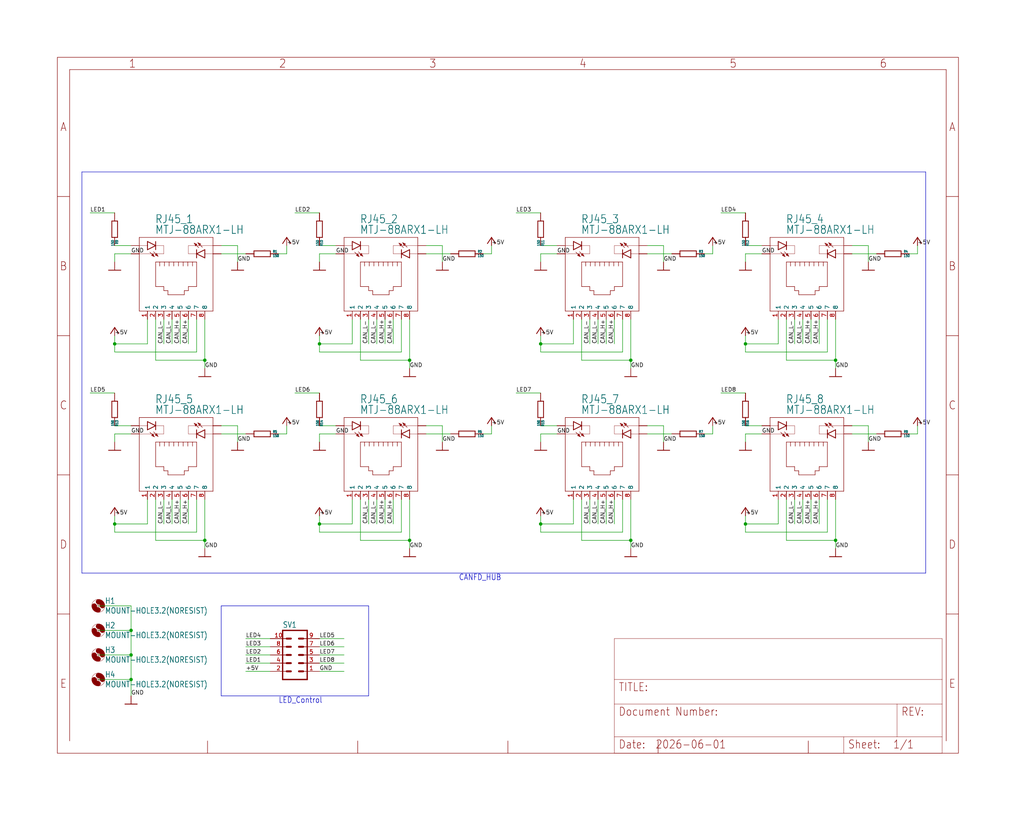
<source format=kicad_sch>
(kicad_sch (version 20230121) (generator eeschema)
  (paper "User" 317.5 254.051)
  (lib_symbols
    (symbol "CANFD_HUB-eagle-import:+5V" (power)
      (property "Value" "+5V" (at -2.54 -5.08 90))
      (symbol "+5V_1_0"
        (pin power_in line (at 0 -2.54 90) (length 2.54) (name "+5V") (number "1"))
      )
    )
    (symbol "CANFD_HUB-eagle-import:CR0603"
      (property "Reference" "R" (at 3.302 0.254 0))
      (symbol "CR0603_1_0"
        (pin bidirectional line (at -5.08 0 0) (length 2.54) (name "LEFT") (number "LEFT"))
        (pin bidirectional line (at 5.08 0 180) (length 2.54) (name "RIGHT") (number "RIGHT"))
      )
    )
    (symbol "CANFD_HUB-eagle-import:FRAME_A_L"
      (symbol "FRAME_A_L_1_0"
        (text "1" (at 23.2833 213.995 0) (effects (font (size 2.54 2.286))))
        (text "2" (at 69.85 213.995 0) (effects (font (size 2.54 2.286))))
        (text "3" (at 116.4167 213.995 0) (effects (font (size 2.54 2.286))))
        (text "4" (at 162.9833 213.995 0) (effects (font (size 2.54 2.286))))
        (text "5" (at 209.55 213.995 0) (effects (font (size 2.54 2.286))))
        (text "6" (at 256.1167 213.995 0) (effects (font (size 2.54 2.286))))
        (text "A" (at 1.905 194.31 0) (effects (font (size 2.54 2.286))))
        (text "A" (at 277.495 194.31 0) (effects (font (size 2.54 2.286))))
        (text "B" (at 1.905 151.13 0) (effects (font (size 2.54 2.286))))
        (text "B" (at 277.495 151.13 0) (effects (font (size 2.54 2.286))))
        (text "C" (at 1.905 107.95 0) (effects (font (size 2.54 2.286))))
        (text "C" (at 277.495 107.95 0) (effects (font (size 2.54 2.286))))
        (text "D" (at 1.905 64.77 0) (effects (font (size 2.54 2.286))))
        (text "D" (at 277.495 64.77 0) (effects (font (size 2.54 2.286))))
        (text "E" (at 1.905 21.59 0) (effects (font (size 2.54 2.286))))
        (text "E" (at 277.495 21.59 0) (effects (font (size 2.54 2.286))))
      )
      (symbol "FRAME_A_L_2_0"
        (text "${#}/${##}" (at 86.36 1.27 0) (effects (font (size 2.54 2.159)) (justify left bottom)))
        (text "${CURRENT_DATE}" (at 12.7 1.27 0) (effects (font (size 2.54 2.159)) (justify left bottom)))
        (text "${PROJECTNAME}" (at 17.78 19.05 0) (effects (font (size 2.54 2.159)) (justify left bottom)))
        (text "Date:" (at 1.27 1.27 0) (effects (font (size 2.54 2.159)) (justify left bottom)))
        (text "Document Number:" (at 1.27 11.43 0) (effects (font (size 2.54 2.159)) (justify left bottom)))
        (text "REV:" (at 88.9 11.43 0) (effects (font (size 2.54 2.159)) (justify left bottom)))
        (text "Sheet:" (at 72.39 1.27 0) (effects (font (size 2.54 2.159)) (justify left bottom)))
        (text "TITLE:" (at 1.27 19.05 0) (effects (font (size 2.54 2.159)) (justify left bottom)))
      )
    )
    (symbol "CANFD_HUB-eagle-import:GND" (power)
      (property "Value" "GND" (at -2.54 -2.54 0))
      (symbol "GND_1_0"
        (pin power_in line (at 0 2.54 270) (length 2.54) (name "GND") (number "1"))
      )
    )
    (symbol "CANFD_HUB-eagle-import:ML10"
      (property "Reference" "SV" (at -3.81 8.382 0))
      (symbol "ML10_1_0"
        (pin passive line (at 7.62 -5.08 180) (length 5.08) (name "1") (number "1"))
        (pin passive line (at -7.62 5.08 0) (length 5.08) (name "10") (number "10"))
        (pin passive line (at -7.62 -5.08 0) (length 5.08) (name "2") (number "2"))
        (pin passive line (at 7.62 -2.54 180) (length 5.08) (name "3") (number "3"))
        (pin passive line (at -7.62 -2.54 0) (length 5.08) (name "4") (number "4"))
        (pin passive line (at 7.62 0 180) (length 5.08) (name "5") (number "5"))
        (pin passive line (at -7.62 0 0) (length 5.08) (name "6") (number "6"))
        (pin passive line (at 7.62 2.54 180) (length 5.08) (name "7") (number "7"))
        (pin passive line (at -7.62 2.54 0) (length 5.08) (name "8") (number "8"))
        (pin passive line (at 7.62 5.08 180) (length 5.08) (name "9") (number "9"))
      )
    )
    (symbol "CANFD_HUB-eagle-import:MOUNT-HOLE3.2(NORESIST)"
      (property "Reference" "H" (at 2.032 0.5842 0))
      (symbol "MOUNT-HOLE3.2(NORESIST)_1_0"
        (pin bidirectional line (at 0 0 0) (length 0) (name "P$1") (number "P$1"))
      )
    )
    (symbol "CANFD_HUB-eagle-import:MTJ-88ARX1-LH"
      (property "Reference" "RJ45_" (at 4.826 27.178 0))
      (symbol "MTJ-88ARX1-LH_1_0"
        (pin bidirectional line (at 2.54 -2.54 90) (length 2.54) (name "1") (number "1"))
        (pin bidirectional line (at 5.08 -2.54 90) (length 2.54) (name "2") (number "2"))
        (pin bidirectional line (at 7.62 -2.54 90) (length 2.54) (name "3") (number "3"))
        (pin bidirectional line (at 10.16 -2.54 90) (length 2.54) (name "4") (number "4"))
        (pin bidirectional line (at 12.7 -2.54 90) (length 2.54) (name "5") (number "5"))
        (pin bidirectional line (at 15.24 -2.54 90) (length 2.54) (name "6") (number "6"))
        (pin bidirectional line (at 17.78 -2.54 90) (length 2.54) (name "7") (number "7"))
        (pin bidirectional line (at 20.32 -2.54 90) (length 2.54) (name "8") (number "8"))
        (pin bidirectional line (at -2.54 20.32 0) (length 2.54) (name "LED1_A") (number "LED1_A"))
        (pin bidirectional line (at -2.54 17.78 0) (length 2.54) (name "LED1_K") (number "LED1_K"))
        (pin bidirectional line (at 25.4 17.78 180) (length 2.54) (name "LED2_A") (number "LED2_A"))
        (pin bidirectional line (at 25.4 20.32 180) (length 2.54) (name "LED2_K") (number "LED2_K"))
      )
    )
  )
  (junction (at 35.56 162.56))
  (junction (at 167.64 162.56))
  (junction (at 231.14 162.56))
  (junction (at 231.14 106.68))
  (junction (at 63.5 167.64))
  (junction (at 63.5 111.76))
  (junction (at 99.06 162.56))
  (junction (at 259.08 167.64))
  (junction (at 40.64 203.2))
  (junction (at 259.08 111.76))
  (junction (at 35.56 106.68))
  (junction (at 40.64 195.58))
  (junction (at 127 167.64))
  (junction (at 40.64 210.82))
  (junction (at 99.06 106.68))
  (junction (at 167.64 106.68))
  (junction (at 127 111.76))
  (junction (at 195.58 167.64))
  (junction (at 195.58 111.76))
  (wire (pts (xy 63.5 167.64) (xy 63.5 170.18)) (stroke (width 0.1524)))
  (polyline (pts (xy 68.58 215.9) (xy 114.3 215.9)) (stroke (width 0.1524) (type solid)))
  (wire (pts (xy 35.56 134.62) (xy 40.64 134.62)) (stroke (width 0.1524)))
  (wire (pts (xy 269.24 132.08) (xy 269.24 137.16)) (stroke (width 0.1524)))
  (wire (pts (xy 99.06 109.22) (xy 124.46 109.22)) (stroke (width 0.1524)))
  (wire (pts (xy 284.48 132.08) (xy 284.48 134.62)) (stroke (width 0.1524)))
  (wire (pts (xy 109.22 162.56) (xy 109.22 154.94)) (stroke (width 0.1524)))
  (wire (pts (xy 231.14 106.68) (xy 241.3 106.68)) (stroke (width 0.1524)))
  (wire (pts (xy 172.72 76.2) (xy 167.64 76.2)) (stroke (width 0.1524)))
  (wire (pts (xy 48.26 111.76) (xy 63.5 111.76)) (stroke (width 0.1524)))
  (wire (pts (xy 231.14 137.16) (xy 231.14 134.62)) (stroke (width 0.1524)))
  (wire (pts (xy 30.48 195.58) (xy 40.64 195.58)) (stroke (width 0.1524)))
  (wire (pts (xy 200.66 132.08) (xy 205.74 132.08)) (stroke (width 0.1524)))
  (wire (pts (xy 73.66 76.2) (xy 73.66 81.28)) (stroke (width 0.1524)))
  (wire (pts (xy 76.2 134.62) (xy 68.58 134.62)) (stroke (width 0.1524)))
  (wire (pts (xy 88.9 76.2) (xy 88.9 78.74)) (stroke (width 0.1524)))
  (wire (pts (xy 167.64 162.56) (xy 177.8 162.56)) (stroke (width 0.1524)))
  (wire (pts (xy 256.54 109.22) (xy 256.54 99.06)) (stroke (width 0.1524)))
  (wire (pts (xy 132.08 76.2) (xy 137.16 76.2)) (stroke (width 0.1524)))
  (wire (pts (xy 172.72 132.08) (xy 167.64 132.08)) (stroke (width 0.1524)))
  (wire (pts (xy 132.08 132.08) (xy 137.16 132.08)) (stroke (width 0.1524)))
  (wire (pts (xy 99.06 106.68) (xy 109.22 106.68)) (stroke (width 0.1524)))
  (wire (pts (xy 195.58 99.06) (xy 195.58 111.76)) (stroke (width 0.1524)))
  (wire (pts (xy 60.96 109.22) (xy 60.96 99.06)) (stroke (width 0.1524)))
  (wire (pts (xy 114.3 99.06) (xy 114.3 106.68)) (stroke (width 0.1524)))
  (wire (pts (xy 231.14 162.56) (xy 241.3 162.56)) (stroke (width 0.1524)))
  (wire (pts (xy 236.22 76.2) (xy 231.14 76.2)) (stroke (width 0.1524)))
  (wire (pts (xy 50.8 154.94) (xy 50.8 162.56)) (stroke (width 0.1524)))
  (wire (pts (xy 284.48 134.62) (xy 281.94 134.62)) (stroke (width 0.1524)))
  (wire (pts (xy 167.64 134.62) (xy 172.72 134.62)) (stroke (width 0.1524)))
  (wire (pts (xy 68.58 76.2) (xy 73.66 76.2)) (stroke (width 0.1524)))
  (wire (pts (xy 251.46 99.06) (xy 251.46 106.68)) (stroke (width 0.1524)))
  (wire (pts (xy 180.34 99.06) (xy 180.34 111.76)) (stroke (width 0.1524)))
  (wire (pts (xy 236.22 132.08) (xy 231.14 132.08)) (stroke (width 0.1524)))
  (wire (pts (xy 111.76 99.06) (xy 111.76 111.76)) (stroke (width 0.1524)))
  (wire (pts (xy 182.88 154.94) (xy 182.88 162.56)) (stroke (width 0.1524)))
  (wire (pts (xy 40.64 187.96) (xy 40.64 195.58)) (stroke (width 0.1524)))
  (wire (pts (xy 40.64 132.08) (xy 35.56 132.08)) (stroke (width 0.1524)))
  (wire (pts (xy 167.64 66.04) (xy 160.02 66.04)) (stroke (width 0.1524)))
  (wire (pts (xy 121.92 99.06) (xy 121.92 106.68)) (stroke (width 0.1524)))
  (wire (pts (xy 220.98 132.08) (xy 220.98 134.62)) (stroke (width 0.1524)))
  (wire (pts (xy 35.56 81.28) (xy 35.56 78.74)) (stroke (width 0.1524)))
  (wire (pts (xy 193.04 165.1) (xy 193.04 154.94)) (stroke (width 0.1524)))
  (wire (pts (xy 167.64 106.68) (xy 177.8 106.68)) (stroke (width 0.1524)))
  (wire (pts (xy 180.34 154.94) (xy 180.34 167.64)) (stroke (width 0.1524)))
  (wire (pts (xy 99.06 162.56) (xy 109.22 162.56)) (stroke (width 0.1524)))
  (wire (pts (xy 48.26 167.64) (xy 63.5 167.64)) (stroke (width 0.1524)))
  (wire (pts (xy 99.06 78.74) (xy 104.14 78.74)) (stroke (width 0.1524)))
  (wire (pts (xy 99.06 134.62) (xy 104.14 134.62)) (stroke (width 0.1524)))
  (wire (pts (xy 231.14 160.02) (xy 231.14 162.56)) (stroke (width 0.1524)))
  (wire (pts (xy 248.92 99.06) (xy 248.92 106.68)) (stroke (width 0.1524)))
  (wire (pts (xy 243.84 99.06) (xy 243.84 111.76)) (stroke (width 0.1524)))
  (wire (pts (xy 83.82 200.66) (xy 76.2 200.66)) (stroke (width 0.1524)))
  (polyline (pts (xy 287.02 177.8) (xy 287.02 53.34)) (stroke (width 0.1524) (type solid)))
  (wire (pts (xy 152.4 132.08) (xy 152.4 134.62)) (stroke (width 0.1524)))
  (wire (pts (xy 256.54 165.1) (xy 256.54 154.94)) (stroke (width 0.1524)))
  (wire (pts (xy 241.3 106.68) (xy 241.3 99.06)) (stroke (width 0.1524)))
  (wire (pts (xy 271.78 134.62) (xy 264.16 134.62)) (stroke (width 0.1524)))
  (wire (pts (xy 259.08 99.06) (xy 259.08 111.76)) (stroke (width 0.1524)))
  (wire (pts (xy 109.22 106.68) (xy 109.22 99.06)) (stroke (width 0.1524)))
  (wire (pts (xy 243.84 154.94) (xy 243.84 167.64)) (stroke (width 0.1524)))
  (wire (pts (xy 205.74 132.08) (xy 205.74 137.16)) (stroke (width 0.1524)))
  (wire (pts (xy 248.92 154.94) (xy 248.92 162.56)) (stroke (width 0.1524)))
  (wire (pts (xy 259.08 154.94) (xy 259.08 167.64)) (stroke (width 0.1524)))
  (wire (pts (xy 53.34 99.06) (xy 53.34 106.68)) (stroke (width 0.1524)))
  (wire (pts (xy 220.98 134.62) (xy 218.44 134.62)) (stroke (width 0.1524)))
  (wire (pts (xy 246.38 154.94) (xy 246.38 162.56)) (stroke (width 0.1524)))
  (wire (pts (xy 99.06 137.16) (xy 99.06 134.62)) (stroke (width 0.1524)))
  (wire (pts (xy 241.3 162.56) (xy 241.3 154.94)) (stroke (width 0.1524)))
  (wire (pts (xy 99.06 198.12) (xy 106.68 198.12)) (stroke (width 0.1524)))
  (wire (pts (xy 182.88 99.06) (xy 182.88 106.68)) (stroke (width 0.1524)))
  (wire (pts (xy 246.38 99.06) (xy 246.38 106.68)) (stroke (width 0.1524)))
  (wire (pts (xy 73.66 132.08) (xy 73.66 137.16)) (stroke (width 0.1524)))
  (wire (pts (xy 40.64 76.2) (xy 35.56 76.2)) (stroke (width 0.1524)))
  (wire (pts (xy 48.26 99.06) (xy 48.26 111.76)) (stroke (width 0.1524)))
  (wire (pts (xy 127 111.76) (xy 127 114.3)) (stroke (width 0.1524)))
  (wire (pts (xy 139.7 134.62) (xy 132.08 134.62)) (stroke (width 0.1524)))
  (wire (pts (xy 99.06 205.74) (xy 106.68 205.74)) (stroke (width 0.1524)))
  (wire (pts (xy 177.8 106.68) (xy 177.8 99.06)) (stroke (width 0.1524)))
  (wire (pts (xy 40.64 203.2) (xy 40.64 210.82)) (stroke (width 0.1524)))
  (wire (pts (xy 55.88 99.06) (xy 55.88 106.68)) (stroke (width 0.1524)))
  (wire (pts (xy 185.42 154.94) (xy 185.42 162.56)) (stroke (width 0.1524)))
  (wire (pts (xy 116.84 99.06) (xy 116.84 106.68)) (stroke (width 0.1524)))
  (wire (pts (xy 35.56 160.02) (xy 35.56 162.56)) (stroke (width 0.1524)))
  (wire (pts (xy 167.64 109.22) (xy 193.04 109.22)) (stroke (width 0.1524)))
  (wire (pts (xy 30.48 203.2) (xy 40.64 203.2)) (stroke (width 0.1524)))
  (wire (pts (xy 35.56 137.16) (xy 35.56 134.62)) (stroke (width 0.1524)))
  (wire (pts (xy 83.82 198.12) (xy 76.2 198.12)) (stroke (width 0.1524)))
  (wire (pts (xy 231.14 106.68) (xy 231.14 109.22)) (stroke (width 0.1524)))
  (wire (pts (xy 231.14 121.92) (xy 223.52 121.92)) (stroke (width 0.1524)))
  (wire (pts (xy 167.64 137.16) (xy 167.64 134.62)) (stroke (width 0.1524)))
  (wire (pts (xy 152.4 134.62) (xy 149.86 134.62)) (stroke (width 0.1524)))
  (wire (pts (xy 254 154.94) (xy 254 162.56)) (stroke (width 0.1524)))
  (wire (pts (xy 167.64 104.14) (xy 167.64 106.68)) (stroke (width 0.1524)))
  (wire (pts (xy 35.56 162.56) (xy 45.72 162.56)) (stroke (width 0.1524)))
  (polyline (pts (xy 68.58 187.96) (xy 68.58 215.9)) (stroke (width 0.1524) (type solid)))
  (wire (pts (xy 88.9 132.08) (xy 88.9 134.62)) (stroke (width 0.1524)))
  (wire (pts (xy 50.8 99.06) (xy 50.8 106.68)) (stroke (width 0.1524)))
  (wire (pts (xy 35.56 78.74) (xy 40.64 78.74)) (stroke (width 0.1524)))
  (wire (pts (xy 167.64 121.92) (xy 160.02 121.92)) (stroke (width 0.1524)))
  (wire (pts (xy 231.14 162.56) (xy 231.14 165.1)) (stroke (width 0.1524)))
  (wire (pts (xy 180.34 111.76) (xy 195.58 111.76)) (stroke (width 0.1524)))
  (wire (pts (xy 114.3 154.94) (xy 114.3 162.56)) (stroke (width 0.1524)))
  (wire (pts (xy 111.76 167.64) (xy 127 167.64)) (stroke (width 0.1524)))
  (wire (pts (xy 231.14 109.22) (xy 256.54 109.22)) (stroke (width 0.1524)))
  (wire (pts (xy 45.72 106.68) (xy 45.72 99.06)) (stroke (width 0.1524)))
  (polyline (pts (xy 25.4 53.34) (xy 25.4 177.8)) (stroke (width 0.1524) (type solid)))
  (wire (pts (xy 99.06 203.2) (xy 106.68 203.2)) (stroke (width 0.1524)))
  (wire (pts (xy 137.16 132.08) (xy 137.16 137.16)) (stroke (width 0.1524)))
  (wire (pts (xy 231.14 66.04) (xy 223.52 66.04)) (stroke (width 0.1524)))
  (wire (pts (xy 243.84 111.76) (xy 259.08 111.76)) (stroke (width 0.1524)))
  (wire (pts (xy 259.08 167.64) (xy 259.08 170.18)) (stroke (width 0.1524)))
  (wire (pts (xy 99.06 200.66) (xy 106.68 200.66)) (stroke (width 0.1524)))
  (wire (pts (xy 167.64 106.68) (xy 167.64 109.22)) (stroke (width 0.1524)))
  (wire (pts (xy 58.42 154.94) (xy 58.42 162.56)) (stroke (width 0.1524)))
  (wire (pts (xy 30.48 187.96) (xy 40.64 187.96)) (stroke (width 0.1524)))
  (wire (pts (xy 60.96 165.1) (xy 60.96 154.94)) (stroke (width 0.1524)))
  (wire (pts (xy 231.14 104.14) (xy 231.14 106.68)) (stroke (width 0.1524)))
  (wire (pts (xy 195.58 167.64) (xy 195.58 170.18)) (stroke (width 0.1524)))
  (wire (pts (xy 271.78 78.74) (xy 264.16 78.74)) (stroke (width 0.1524)))
  (wire (pts (xy 35.56 66.04) (xy 27.94 66.04)) (stroke (width 0.1524)))
  (wire (pts (xy 200.66 76.2) (xy 205.74 76.2)) (stroke (width 0.1524)))
  (wire (pts (xy 35.56 162.56) (xy 35.56 165.1)) (stroke (width 0.1524)))
  (wire (pts (xy 127 167.64) (xy 127 170.18)) (stroke (width 0.1524)))
  (wire (pts (xy 152.4 78.74) (xy 149.86 78.74)) (stroke (width 0.1524)))
  (wire (pts (xy 177.8 162.56) (xy 177.8 154.94)) (stroke (width 0.1524)))
  (wire (pts (xy 167.64 81.28) (xy 167.64 78.74)) (stroke (width 0.1524)))
  (wire (pts (xy 152.4 76.2) (xy 152.4 78.74)) (stroke (width 0.1524)))
  (wire (pts (xy 88.9 134.62) (xy 86.36 134.62)) (stroke (width 0.1524)))
  (wire (pts (xy 167.64 78.74) (xy 172.72 78.74)) (stroke (width 0.1524)))
  (wire (pts (xy 208.28 78.74) (xy 200.66 78.74)) (stroke (width 0.1524)))
  (wire (pts (xy 99.06 66.04) (xy 91.44 66.04)) (stroke (width 0.1524)))
  (wire (pts (xy 99.06 81.28) (xy 99.06 78.74)) (stroke (width 0.1524)))
  (wire (pts (xy 48.26 154.94) (xy 48.26 167.64)) (stroke (width 0.1524)))
  (wire (pts (xy 104.14 76.2) (xy 99.06 76.2)) (stroke (width 0.1524)))
  (wire (pts (xy 137.16 76.2) (xy 137.16 81.28)) (stroke (width 0.1524)))
  (wire (pts (xy 35.56 104.14) (xy 35.56 106.68)) (stroke (width 0.1524)))
  (wire (pts (xy 99.06 162.56) (xy 99.06 165.1)) (stroke (width 0.1524)))
  (wire (pts (xy 99.06 121.92) (xy 91.44 121.92)) (stroke (width 0.1524)))
  (wire (pts (xy 83.82 203.2) (xy 76.2 203.2)) (stroke (width 0.1524)))
  (wire (pts (xy 121.92 154.94) (xy 121.92 162.56)) (stroke (width 0.1524)))
  (wire (pts (xy 185.42 99.06) (xy 185.42 106.68)) (stroke (width 0.1524)))
  (wire (pts (xy 35.56 106.68) (xy 35.56 109.22)) (stroke (width 0.1524)))
  (wire (pts (xy 220.98 76.2) (xy 220.98 78.74)) (stroke (width 0.1524)))
  (wire (pts (xy 195.58 111.76) (xy 195.58 114.3)) (stroke (width 0.1524)))
  (wire (pts (xy 63.5 99.06) (xy 63.5 111.76)) (stroke (width 0.1524)))
  (wire (pts (xy 254 99.06) (xy 254 106.68)) (stroke (width 0.1524)))
  (wire (pts (xy 231.14 81.28) (xy 231.14 78.74)) (stroke (width 0.1524)))
  (wire (pts (xy 35.56 106.68) (xy 45.72 106.68)) (stroke (width 0.1524)))
  (wire (pts (xy 104.14 132.08) (xy 99.06 132.08)) (stroke (width 0.1524)))
  (wire (pts (xy 83.82 208.28) (xy 76.2 208.28)) (stroke (width 0.1524)))
  (wire (pts (xy 99.06 160.02) (xy 99.06 162.56)) (stroke (width 0.1524)))
  (wire (pts (xy 45.72 162.56) (xy 45.72 154.94)) (stroke (width 0.1524)))
  (wire (pts (xy 220.98 78.74) (xy 218.44 78.74)) (stroke (width 0.1524)))
  (wire (pts (xy 124.46 165.1) (xy 124.46 154.94)) (stroke (width 0.1524)))
  (wire (pts (xy 190.5 99.06) (xy 190.5 106.68)) (stroke (width 0.1524)))
  (wire (pts (xy 58.42 99.06) (xy 58.42 106.68)) (stroke (width 0.1524)))
  (polyline (pts (xy 114.3 187.96) (xy 68.58 187.96)) (stroke (width 0.1524) (type solid)))
  (wire (pts (xy 127 154.94) (xy 127 167.64)) (stroke (width 0.1524)))
  (wire (pts (xy 99.06 165.1) (xy 124.46 165.1)) (stroke (width 0.1524)))
  (wire (pts (xy 99.06 208.28) (xy 106.68 208.28)) (stroke (width 0.1524)))
  (wire (pts (xy 269.24 76.2) (xy 269.24 81.28)) (stroke (width 0.1524)))
  (wire (pts (xy 30.48 210.82) (xy 40.64 210.82)) (stroke (width 0.1524)))
  (wire (pts (xy 53.34 154.94) (xy 53.34 162.56)) (stroke (width 0.1524)))
  (wire (pts (xy 284.48 78.74) (xy 281.94 78.74)) (stroke (width 0.1524)))
  (wire (pts (xy 83.82 205.74) (xy 76.2 205.74)) (stroke (width 0.1524)))
  (wire (pts (xy 40.64 195.58) (xy 40.64 203.2)) (stroke (width 0.1524)))
  (wire (pts (xy 63.5 111.76) (xy 63.5 114.3)) (stroke (width 0.1524)))
  (wire (pts (xy 231.14 134.62) (xy 236.22 134.62)) (stroke (width 0.1524)))
  (wire (pts (xy 99.06 106.68) (xy 99.06 109.22)) (stroke (width 0.1524)))
  (wire (pts (xy 195.58 154.94) (xy 195.58 167.64)) (stroke (width 0.1524)))
  (wire (pts (xy 187.96 154.94) (xy 187.96 162.56)) (stroke (width 0.1524)))
  (wire (pts (xy 187.96 99.06) (xy 187.96 106.68)) (stroke (width 0.1524)))
  (wire (pts (xy 111.76 111.76) (xy 127 111.76)) (stroke (width 0.1524)))
  (wire (pts (xy 35.56 121.92) (xy 27.94 121.92)) (stroke (width 0.1524)))
  (wire (pts (xy 231.14 78.74) (xy 236.22 78.74)) (stroke (width 0.1524)))
  (polyline (pts (xy 25.4 177.8) (xy 287.02 177.8)) (stroke (width 0.1524) (type solid)))
  (wire (pts (xy 139.7 78.74) (xy 132.08 78.74)) (stroke (width 0.1524)))
  (wire (pts (xy 119.38 99.06) (xy 119.38 106.68)) (stroke (width 0.1524)))
  (wire (pts (xy 251.46 154.94) (xy 251.46 162.56)) (stroke (width 0.1524)))
  (wire (pts (xy 167.64 162.56) (xy 167.64 165.1)) (stroke (width 0.1524)))
  (wire (pts (xy 284.48 76.2) (xy 284.48 78.74)) (stroke (width 0.1524)))
  (wire (pts (xy 55.88 154.94) (xy 55.88 162.56)) (stroke (width 0.1524)))
  (wire (pts (xy 205.74 76.2) (xy 205.74 81.28)) (stroke (width 0.1524)))
  (wire (pts (xy 68.58 132.08) (xy 73.66 132.08)) (stroke (width 0.1524)))
  (wire (pts (xy 35.56 109.22) (xy 60.96 109.22)) (stroke (width 0.1524)))
  (wire (pts (xy 243.84 167.64) (xy 259.08 167.64)) (stroke (width 0.1524)))
  (wire (pts (xy 190.5 154.94) (xy 190.5 162.56)) (stroke (width 0.1524)))
  (polyline (pts (xy 114.3 215.9) (xy 114.3 187.96)) (stroke (width 0.1524) (type solid)))
  (wire (pts (xy 99.06 104.14) (xy 99.06 106.68)) (stroke (width 0.1524)))
  (wire (pts (xy 116.84 154.94) (xy 116.84 162.56)) (stroke (width 0.1524)))
  (polyline (pts (xy 287.02 53.34) (xy 25.4 53.34)) (stroke (width 0.1524) (type solid)))
  (wire (pts (xy 264.16 132.08) (xy 269.24 132.08)) (stroke (width 0.1524)))
  (wire (pts (xy 111.76 154.94) (xy 111.76 167.64)) (stroke (width 0.1524)))
  (wire (pts (xy 264.16 76.2) (xy 269.24 76.2)) (stroke (width 0.1524)))
  (wire (pts (xy 259.08 111.76) (xy 259.08 114.3)) (stroke (width 0.1524)))
  (wire (pts (xy 76.2 78.74) (xy 68.58 78.74)) (stroke (width 0.1524)))
  (wire (pts (xy 208.28 134.62) (xy 200.66 134.62)) (stroke (width 0.1524)))
  (wire (pts (xy 119.38 154.94) (xy 119.38 162.56)) (stroke (width 0.1524)))
  (wire (pts (xy 35.56 165.1) (xy 60.96 165.1)) (stroke (width 0.1524)))
  (wire (pts (xy 231.14 165.1) (xy 256.54 165.1)) (stroke (width 0.1524)))
  (wire (pts (xy 167.64 165.1) (xy 193.04 165.1)) (stroke (width 0.1524)))
  (wire (pts (xy 193.04 109.22) (xy 193.04 99.06)) (stroke (width 0.1524)))
  (wire (pts (xy 88.9 78.74) (xy 86.36 78.74)) (stroke (width 0.1524)))
  (wire (pts (xy 63.5 154.94) (xy 63.5 167.64)) (stroke (width 0.1524)))
  (wire (pts (xy 40.64 210.82) (xy 40.64 215.9)) (stroke (width 0.1524)))
  (wire (pts (xy 127 99.06) (xy 127 111.76)) (stroke (width 0.1524)))
  (wire (pts (xy 180.34 167.64) (xy 195.58 167.64)) (stroke (width 0.1524)))
  (wire (pts (xy 124.46 109.22) (xy 124.46 99.06)) (stroke (width 0.1524)))
  (wire (pts (xy 167.64 160.02) (xy 167.64 162.56)) (stroke (width 0.1524)))
  (text "CANFD_HUB" (at 142.24 180.34 0) (effects (font (size 1.778 1.5113)) (justify left bottom)))
  (text "LED_Control" (at 86.36 218.44 0) (effects (font (size 1.778 1.5113)) (justify left bottom)))
  (label "LED2" (at 76.2 203.2 0) (effects (font (size 1.2446 1.2446))))
  (label "LED1" (at 76.2 205.74 0) (effects (font (size 1.2446 1.2446))))
  (label "LED7" (at 99.06 203.2 0) (effects (font (size 1.2446 1.2446))))
  (label "GND" (at 195.58 114.3 0) (effects (font (size 1.2446 1.2446))))
  (label "CAN_L-" (at 185.42 106.68 90) (effects (font (size 1.2446 1.2446))))
  (label "GND" (at 137.16 81.28 0) (effects (font (size 1.2446 1.2446))))
  (label "+5V" (at 99.06 104.14 0) (effects (font (size 1.2446 1.2446))))
  (label "+5V" (at 284.48 76.2 0) (effects (font (size 1.2446 1.2446))))
  (label "CAN_L-" (at 248.92 162.56 90) (effects (font (size 1.2446 1.2446))))
  (label "+5V" (at 284.48 132.08 0) (effects (font (size 1.2446 1.2446))))
  (label "CAN_L-" (at 182.88 162.56 90) (effects (font (size 1.2446 1.2446))))
  (label "LED4" (at 223.52 66.04 0) (effects (font (size 1.2446 1.2446))))
  (label "GND" (at 104.14 134.62 0) (effects (font (size 1.2446 1.2446))))
  (label "GND" (at 127 170.18 0) (effects (font (size 1.2446 1.2446))))
  (label "CAN_L-" (at 50.8 106.68 90) (effects (font (size 1.2446 1.2446))))
  (label "CAN_L-" (at 182.88 106.68 90) (effects (font (size 1.2446 1.2446))))
  (label "GND" (at 205.74 81.28 0) (effects (font (size 1.2446 1.2446))))
  (label "GND" (at 205.74 137.16 0) (effects (font (size 1.2446 1.2446))))
  (label "GND" (at 137.16 137.16 0) (effects (font (size 1.2446 1.2446))))
  (label "CAN_H+" (at 119.38 106.68 90) (effects (font (size 1.2446 1.2446))))
  (label "GND" (at 269.24 81.28 0) (effects (font (size 1.2446 1.2446))))
  (label "GND" (at 73.66 81.28 0) (effects (font (size 1.2446 1.2446))))
  (label "CAN_L-" (at 246.38 162.56 90) (effects (font (size 1.2446 1.2446))))
  (label "GND" (at 269.24 137.16 0) (effects (font (size 1.2446 1.2446))))
  (label "GND" (at 259.08 170.18 0) (effects (font (size 1.2446 1.2446))))
  (label "LED8" (at 223.52 121.92 0) (effects (font (size 1.2446 1.2446))))
  (label "+5V" (at 220.98 132.08 0) (effects (font (size 1.2446 1.2446))))
  (label "LED1" (at 27.94 66.04 0) (effects (font (size 1.2446 1.2446))))
  (label "CAN_L-" (at 246.38 106.68 90) (effects (font (size 1.2446 1.2446))))
  (label "GND" (at 127 114.3 0) (effects (font (size 1.2446 1.2446))))
  (label "LED8" (at 99.06 205.74 0) (effects (font (size 1.2446 1.2446))))
  (label "+5V" (at 152.4 132.08 0) (effects (font (size 1.2446 1.2446))))
  (label "CAN_L-" (at 50.8 162.56 90) (effects (font (size 1.2446 1.2446))))
  (label "GND" (at 259.08 114.3 0) (effects (font (size 1.2446 1.2446))))
  (label "CAN_L-" (at 114.3 162.56 90) (effects (font (size 1.2446 1.2446))))
  (label "CAN_L-" (at 116.84 106.68 90) (effects (font (size 1.2446 1.2446))))
  (label "GND" (at 99.06 208.28 0) (effects (font (size 1.2446 1.2446))))
  (label "LED6" (at 91.44 121.92 0) (effects (font (size 1.2446 1.2446))))
  (label "+5V" (at 35.56 160.02 0) (effects (font (size 1.2446 1.2446))))
  (label "CAN_H+" (at 58.42 162.56 90) (effects (font (size 1.2446 1.2446))))
  (label "LED3" (at 160.02 66.04 0) (effects (font (size 1.2446 1.2446))))
  (label "GND" (at 236.22 78.74 0) (effects (font (size 1.2446 1.2446))))
  (label "GND" (at 195.58 170.18 0) (effects (font (size 1.2446 1.2446))))
  (label "CAN_L-" (at 53.34 106.68 90) (effects (font (size 1.2446 1.2446))))
  (label "GND" (at 172.72 78.74 0) (effects (font (size 1.2446 1.2446))))
  (label "LED2" (at 91.44 66.04 0) (effects (font (size 1.2446 1.2446))))
  (label "CAN_H+" (at 121.92 162.56 90) (effects (font (size 1.2446 1.2446))))
  (label "GND" (at 40.64 78.74 0) (effects (font (size 1.2446 1.2446))))
  (label "CAN_H+" (at 55.88 162.56 90) (effects (font (size 1.2446 1.2446))))
  (label "+5V" (at 88.9 76.2 0) (effects (font (size 1.2446 1.2446))))
  (label "+5V" (at 167.64 104.14 0) (effects (font (size 1.2446 1.2446))))
  (label "GND" (at 104.14 78.74 0) (effects (font (size 1.2446 1.2446))))
  (label "CAN_L-" (at 116.84 162.56 90) (effects (font (size 1.2446 1.2446))))
  (label "CAN_L-" (at 53.34 162.56 90) (effects (font (size 1.2446 1.2446))))
  (label "+5V" (at 167.64 160.02 0) (effects (font (size 1.2446 1.2446))))
  (label "CAN_H+" (at 254 106.68 90) (effects (font (size 1.2446 1.2446))))
  (label "GND" (at 236.22 134.62 0) (effects (font (size 1.2446 1.2446))))
  (label "LED5" (at 99.06 198.12 0) (effects (font (size 1.2446 1.2446))))
  (label "+5V" (at 88.9 132.08 0) (effects (font (size 1.2446 1.2446))))
  (label "CAN_H+" (at 190.5 162.56 90) (effects (font (size 1.2446 1.2446))))
  (label "CAN_H+" (at 190.5 106.68 90) (effects (font (size 1.2446 1.2446))))
  (label "+5V" (at 231.14 104.14 0) (effects (font (size 1.2446 1.2446))))
  (label "LED4" (at 76.2 198.12 0) (effects (font (size 1.2446 1.2446))))
  (label "CAN_L-" (at 114.3 106.68 90) (effects (font (size 1.2446 1.2446))))
  (label "CAN_H+" (at 254 162.56 90) (effects (font (size 1.2446 1.2446))))
  (label "LED3" (at 76.2 200.66 0) (effects (font (size 1.2446 1.2446))))
  (label "CAN_L-" (at 185.42 162.56 90) (effects (font (size 1.2446 1.2446))))
  (label "CAN_H+" (at 121.92 106.68 90) (effects (font (size 1.2446 1.2446))))
  (label "+5V" (at 76.2 208.28 0) (effects (font (size 1.2446 1.2446))))
  (label "GND" (at 40.64 134.62 0) (effects (font (size 1.2446 1.2446))))
  (label "+5V" (at 220.98 76.2 0) (effects (font (size 1.2446 1.2446))))
  (label "+5V" (at 231.14 160.02 0) (effects (font (size 1.2446 1.2446))))
  (label "+5V" (at 99.06 160.02 0) (effects (font (size 1.2446 1.2446))))
  (label "CAN_H+" (at 119.38 162.56 90) (effects (font (size 1.2446 1.2446))))
  (label "CAN_H+" (at 251.46 162.56 90) (effects (font (size 1.2446 1.2446))))
  (label "+5V" (at 35.56 104.14 0) (effects (font (size 1.2446 1.2446))))
  (label "CAN_H+" (at 251.46 106.68 90) (effects (font (size 1.2446 1.2446))))
  (label "LED7" (at 160.02 121.92 0) (effects (font (size 1.2446 1.2446))))
  (label "CAN_H+" (at 55.88 106.68 90) (effects (font (size 1.2446 1.2446))))
  (label "CAN_H+" (at 58.42 106.68 90) (effects (font (size 1.2446 1.2446))))
  (label "LED6" (at 99.06 200.66 0) (effects (font (size 1.2446 1.2446))))
  (label "LED5" (at 27.94 121.92 0) (effects (font (size 1.2446 1.2446))))
  (label "CAN_H+" (at 187.96 162.56 90) (effects (font (size 1.2446 1.2446))))
  (label "GND" (at 63.5 114.3 0) (effects (font (size 1.2446 1.2446))))
  (label "GND" (at 172.72 134.62 0) (effects (font (size 1.2446 1.2446))))
  (label "GND" (at 73.66 137.16 0) (effects (font (size 1.2446 1.2446))))
  (label "GND" (at 40.64 215.9 0) (effects (font (size 1.2446 1.2446))))
  (label "CAN_H+" (at 187.96 106.68 90) (effects (font (size 1.2446 1.2446))))
  (label "GND" (at 63.5 170.18 0) (effects (font (size 1.2446 1.2446))))
  (label "CAN_L-" (at 248.92 106.68 90) (effects (font (size 1.2446 1.2446))))
  (label "+5V" (at 152.4 76.2 0) (effects (font (size 1.2446 1.2446))))
  (symbol (lib_id "CANFD_HUB-eagle-import:+5V") (at 35.56 101.6 0) (unit 1)
    (property "Reference" "#P+9" (effects hide))
    (property "Value" "+5V" (effects hide))
  )
  (symbol (lib_id "CANFD_HUB-eagle-import:MTJ-88ARX1-LH") (at 43.18 152.4 0) (unit 1)
    (property "Reference" "RJ45_5" (at 48.006 125.222 0) (effects (font (size 2.54 2.159)) (justify left bottom)))
    (property "Value" "MTJ-88ARX1-LH" (at 48.006 128.524 0) (effects (font (size 2.54 2.159)) (justify left bottom)))
    (property "Footprint" "CANFD_HUB:MTJ-88ARX1-LH" (effects hide))
  )
  (symbol (lib_id "CANFD_HUB-eagle-import:+5V") (at 231.14 157.48 0) (unit 1)
    (property "Reference" "#P+15" (effects hide))
    (property "Value" "+5V" (effects hide))
  )
  (symbol (lib_id "CANFD_HUB-eagle-import:MTJ-88ARX1-LH") (at 43.18 96.52 0) (unit 1)
    (property "Reference" "RJ45_1" (at 48.006 69.342 0) (effects (font (size 2.54 2.159)) (justify left bottom)))
    (property "Value" "MTJ-88ARX1-LH" (at 48.006 72.644 0) (effects (font (size 2.54 2.159)) (justify left bottom)))
    (property "Footprint" "CANFD_HUB:MTJ-88ARX1-LH" (effects hide))
  )
  (symbol (lib_id "CANFD_HUB-eagle-import:FRAME_A_L") (at 17.78 233.68 0) (unit 1)
    (property "Reference" "#FRAME1" (effects hide))
    (property "Value" "FRAME_A_L" (effects hide))
  )
  (symbol (lib_id "CANFD_HUB-eagle-import:CR0603") (at 144.78 78.74 0) (unit 1)
    (property "Reference" "R2" (at 148.082 78.486 0) (effects (font (size 0.762 0.6477)) (justify left bottom)))
    (property "Value" "150" (at 148.082 79.756 0) (effects (font (size 0.762 0.6477)) (justify left bottom)))
    (property "Footprint" "CANFD_HUB:CR0603" (effects hide))
  )
  (symbol (lib_id "CANFD_HUB-eagle-import:CR0603") (at 167.64 127 270) (unit 1)
    (property "Reference" "R15" (at 167.894 130.302 0) (effects (font (size 0.762 0.6477)) (justify left bottom)))
    (property "Value" "150" (at 166.624 130.302 0) (effects (font (size 0.762 0.6477)) (justify left bottom)))
    (property "Footprint" "CANFD_HUB:CR0603" (effects hide))
  )
  (symbol (lib_id "CANFD_HUB-eagle-import:+5V") (at 99.06 101.6 0) (unit 1)
    (property "Reference" "#P+2" (effects hide))
    (property "Value" "+5V" (effects hide))
  )
  (symbol (lib_id "CANFD_HUB-eagle-import:MOUNT-HOLE3.2(NORESIST)") (at 30.48 187.96 0) (unit 1)
    (property "Reference" "H1" (at 32.512 187.3758 0) (effects (font (size 1.778 1.5113)) (justify left bottom)))
    (property "Value" "MOUNT-HOLE3.2(NORESIST)" (at 32.512 190.4238 0) (effects (font (size 1.778 1.5113)) (justify left bottom)))
    (property "Footprint" "CANFD_HUB:3,2" (effects hide))
  )
  (symbol (lib_id "CANFD_HUB-eagle-import:MTJ-88ARX1-LH") (at 238.76 152.4 0) (unit 1)
    (property "Reference" "RJ45_8" (at 243.586 125.222 0) (effects (font (size 2.54 2.159)) (justify left bottom)))
    (property "Value" "MTJ-88ARX1-LH" (at 243.586 128.524 0) (effects (font (size 2.54 2.159)) (justify left bottom)))
    (property "Footprint" "CANFD_HUB:MTJ-88ARX1-LH" (effects hide))
  )
  (symbol (lib_id "CANFD_HUB-eagle-import:CR0603") (at 99.06 71.12 270) (unit 1)
    (property "Reference" "R10" (at 99.314 74.422 0) (effects (font (size 0.762 0.6477)) (justify left bottom)))
    (property "Value" "150" (at 98.044 74.422 0) (effects (font (size 0.762 0.6477)) (justify left bottom)))
    (property "Footprint" "CANFD_HUB:CR0603" (effects hide))
  )
  (symbol (lib_id "CANFD_HUB-eagle-import:CR0603") (at 144.78 134.62 0) (unit 1)
    (property "Reference" "R6" (at 148.082 134.366 0) (effects (font (size 0.762 0.6477)) (justify left bottom)))
    (property "Value" "150" (at 148.082 135.636 0) (effects (font (size 0.762 0.6477)) (justify left bottom)))
    (property "Footprint" "CANFD_HUB:CR0603" (effects hide))
  )
  (symbol (lib_id "CANFD_HUB-eagle-import:CR0603") (at 276.86 78.74 0) (unit 1)
    (property "Reference" "R4" (at 280.162 78.486 0) (effects (font (size 0.762 0.6477)) (justify left bottom)))
    (property "Value" "150" (at 280.162 79.756 0) (effects (font (size 0.762 0.6477)) (justify left bottom)))
    (property "Footprint" "CANFD_HUB:CR0603" (effects hide))
  )
  (symbol (lib_id "CANFD_HUB-eagle-import:+5V") (at 284.48 73.66 0) (unit 1)
    (property "Reference" "#P+7" (effects hide))
    (property "Value" "+5V" (effects hide))
  )
  (symbol (lib_id "CANFD_HUB-eagle-import:GND") (at 73.66 139.7 0) (unit 1)
    (property "Reference" "#GND9" (effects hide))
    (property "Value" "GND" (effects hide))
  )
  (symbol (lib_id "CANFD_HUB-eagle-import:CR0603") (at 213.36 134.62 0) (unit 1)
    (property "Reference" "R7" (at 216.662 134.366 0) (effects (font (size 0.762 0.6477)) (justify left bottom)))
    (property "Value" "150" (at 216.662 135.636 0) (effects (font (size 0.762 0.6477)) (justify left bottom)))
    (property "Footprint" "CANFD_HUB:CR0603" (effects hide))
  )
  (symbol (lib_id "CANFD_HUB-eagle-import:CR0603") (at 167.64 71.12 270) (unit 1)
    (property "Reference" "R11" (at 167.894 74.422 0) (effects (font (size 0.762 0.6477)) (justify left bottom)))
    (property "Value" "150" (at 166.624 74.422 0) (effects (font (size 0.762 0.6477)) (justify left bottom)))
    (property "Footprint" "CANFD_HUB:CR0603" (effects hide))
  )
  (symbol (lib_id "CANFD_HUB-eagle-import:MOUNT-HOLE3.2(NORESIST)") (at 30.48 203.2 0) (unit 1)
    (property "Reference" "H3" (at 32.512 202.6158 0) (effects (font (size 1.778 1.5113)) (justify left bottom)))
    (property "Value" "MOUNT-HOLE3.2(NORESIST)" (at 32.512 205.6638 0) (effects (font (size 1.778 1.5113)) (justify left bottom)))
    (property "Footprint" "CANFD_HUB:3,2" (effects hide))
  )
  (symbol (lib_id "CANFD_HUB-eagle-import:MOUNT-HOLE3.2(NORESIST)") (at 30.48 195.58 0) (unit 1)
    (property "Reference" "H2" (at 32.512 194.9958 0) (effects (font (size 1.778 1.5113)) (justify left bottom)))
    (property "Value" "MOUNT-HOLE3.2(NORESIST)" (at 32.512 198.0438 0) (effects (font (size 1.778 1.5113)) (justify left bottom)))
    (property "Footprint" "CANFD_HUB:3,2" (effects hide))
  )
  (symbol (lib_id "CANFD_HUB-eagle-import:GND") (at 73.66 83.82 0) (unit 1)
    (property "Reference" "#GND2" (effects hide))
    (property "Value" "GND" (effects hide))
  )
  (symbol (lib_id "CANFD_HUB-eagle-import:+5V") (at 88.9 73.66 0) (unit 1)
    (property "Reference" "#P+1" (effects hide))
    (property "Value" "+5V" (effects hide))
  )
  (symbol (lib_id "CANFD_HUB-eagle-import:MTJ-88ARX1-LH") (at 238.76 96.52 0) (unit 1)
    (property "Reference" "RJ45_4" (at 243.586 69.342 0) (effects (font (size 2.54 2.159)) (justify left bottom)))
    (property "Value" "MTJ-88ARX1-LH" (at 243.586 72.644 0) (effects (font (size 2.54 2.159)) (justify left bottom)))
    (property "Footprint" "CANFD_HUB:MTJ-88ARX1-LH" (effects hide))
  )
  (symbol (lib_id "CANFD_HUB-eagle-import:GND") (at 259.08 116.84 0) (unit 1)
    (property "Reference" "#GND6" (effects hide))
    (property "Value" "GND" (effects hide))
  )
  (symbol (lib_id "CANFD_HUB-eagle-import:CR0603") (at 81.28 78.74 0) (unit 1)
    (property "Reference" "R1" (at 84.582 78.486 0) (effects (font (size 0.762 0.6477)) (justify left bottom)))
    (property "Value" "150" (at 84.582 79.756 0) (effects (font (size 0.762 0.6477)) (justify left bottom)))
    (property "Footprint" "CANFD_HUB:CR0603" (effects hide))
  )
  (symbol (lib_id "CANFD_HUB-eagle-import:GND") (at 63.5 116.84 0) (unit 1)
    (property "Reference" "#GND26" (effects hide))
    (property "Value" "GND" (effects hide))
  )
  (symbol (lib_id "CANFD_HUB-eagle-import:+5V") (at 220.98 73.66 0) (unit 1)
    (property "Reference" "#P+5" (effects hide))
    (property "Value" "+5V" (effects hide))
  )
  (symbol (lib_id "CANFD_HUB-eagle-import:CR0603") (at 231.14 127 270) (unit 1)
    (property "Reference" "R16" (at 231.394 130.302 0) (effects (font (size 0.762 0.6477)) (justify left bottom)))
    (property "Value" "150" (at 230.124 130.302 0) (effects (font (size 0.762 0.6477)) (justify left bottom)))
    (property "Footprint" "CANFD_HUB:CR0603" (effects hide))
  )
  (symbol (lib_id "CANFD_HUB-eagle-import:MTJ-88ARX1-LH") (at 106.68 152.4 0) (unit 1)
    (property "Reference" "RJ45_6" (at 111.506 125.222 0) (effects (font (size 2.54 2.159)) (justify left bottom)))
    (property "Value" "MTJ-88ARX1-LH" (at 111.506 128.524 0) (effects (font (size 2.54 2.159)) (justify left bottom)))
    (property "Footprint" "CANFD_HUB:MTJ-88ARX1-LH" (effects hide))
  )
  (symbol (lib_id "CANFD_HUB-eagle-import:GND") (at 259.08 172.72 0) (unit 1)
    (property "Reference" "#GND14" (effects hide))
    (property "Value" "GND" (effects hide))
  )
  (symbol (lib_id "CANFD_HUB-eagle-import:GND") (at 231.14 139.7 0) (unit 1)
    (property "Reference" "#GND23" (effects hide))
    (property "Value" "GND" (effects hide))
  )
  (symbol (lib_id "CANFD_HUB-eagle-import:GND") (at 167.64 139.7 0) (unit 1)
    (property "Reference" "#GND22" (effects hide))
    (property "Value" "GND" (effects hide))
  )
  (symbol (lib_id "CANFD_HUB-eagle-import:+5V") (at 167.64 101.6 0) (unit 1)
    (property "Reference" "#P+4" (effects hide))
    (property "Value" "+5V" (effects hide))
  )
  (symbol (lib_id "CANFD_HUB-eagle-import:+5V") (at 152.4 73.66 0) (unit 1)
    (property "Reference" "#P+3" (effects hide))
    (property "Value" "+5V" (effects hide))
  )
  (symbol (lib_id "CANFD_HUB-eagle-import:GND") (at 269.24 139.7 0) (unit 1)
    (property "Reference" "#GND15" (effects hide))
    (property "Value" "GND" (effects hide))
  )
  (symbol (lib_id "CANFD_HUB-eagle-import:CR0603") (at 99.06 127 270) (unit 1)
    (property "Reference" "R14" (at 99.314 130.302 0) (effects (font (size 0.762 0.6477)) (justify left bottom)))
    (property "Value" "150" (at 98.044 130.302 0) (effects (font (size 0.762 0.6477)) (justify left bottom)))
    (property "Footprint" "CANFD_HUB:CR0603" (effects hide))
  )
  (symbol (lib_id "CANFD_HUB-eagle-import:CR0603") (at 81.28 134.62 0) (unit 1)
    (property "Reference" "R5" (at 84.582 134.366 0) (effects (font (size 0.762 0.6477)) (justify left bottom)))
    (property "Value" "150" (at 84.582 135.636 0) (effects (font (size 0.762 0.6477)) (justify left bottom)))
    (property "Footprint" "CANFD_HUB:CR0603" (effects hide))
  )
  (symbol (lib_id "CANFD_HUB-eagle-import:GND") (at 167.64 83.82 0) (unit 1)
    (property "Reference" "#GND18" (effects hide))
    (property "Value" "GND" (effects hide))
  )
  (symbol (lib_id "CANFD_HUB-eagle-import:ML10") (at 91.44 203.2 0) (unit 1)
    (property "Reference" "SV1" (at 87.63 194.818 0) (effects (font (size 1.778 1.5113)) (justify left bottom)))
    (property "Value" "ML10" (effects hide))
    (property "Footprint" "CANFD_HUB:ML10" (effects hide))
  )
  (symbol (lib_id "CANFD_HUB-eagle-import:GND") (at 195.58 172.72 0) (unit 1)
    (property "Reference" "#GND12" (effects hide))
    (property "Value" "GND" (effects hide))
  )
  (symbol (lib_id "CANFD_HUB-eagle-import:CR0603") (at 213.36 78.74 0) (unit 1)
    (property "Reference" "R3" (at 216.662 78.486 0) (effects (font (size 0.762 0.6477)) (justify left bottom)))
    (property "Value" "150" (at 216.662 79.756 0) (effects (font (size 0.762 0.6477)) (justify left bottom)))
    (property "Footprint" "CANFD_HUB:CR0603" (effects hide))
  )
  (symbol (lib_id "CANFD_HUB-eagle-import:MTJ-88ARX1-LH") (at 175.26 96.52 0) (unit 1)
    (property "Reference" "RJ45_3" (at 180.086 69.342 0) (effects (font (size 2.54 2.159)) (justify left bottom)))
    (property "Value" "MTJ-88ARX1-LH" (at 180.086 72.644 0) (effects (font (size 2.54 2.159)) (justify left bottom)))
    (property "Footprint" "CANFD_HUB:MTJ-88ARX1-LH" (effects hide))
  )
  (symbol (lib_id "CANFD_HUB-eagle-import:+5V") (at 88.9 129.54 0) (unit 1)
    (property "Reference" "#P+10" (effects hide))
    (property "Value" "+5V" (effects hide))
  )
  (symbol (lib_id "CANFD_HUB-eagle-import:GND") (at 127 172.72 0) (unit 1)
    (property "Reference" "#GND10" (effects hide))
    (property "Value" "GND" (effects hide))
  )
  (symbol (lib_id "CANFD_HUB-eagle-import:MTJ-88ARX1-LH") (at 106.68 96.52 0) (unit 1)
    (property "Reference" "RJ45_2" (at 111.506 69.342 0) (effects (font (size 2.54 2.159)) (justify left bottom)))
    (property "Value" "MTJ-88ARX1-LH" (at 111.506 72.644 0) (effects (font (size 2.54 2.159)) (justify left bottom)))
    (property "Footprint" "CANFD_HUB:MTJ-88ARX1-LH" (effects hide))
  )
  (symbol (lib_id "CANFD_HUB-eagle-import:GND") (at 99.06 83.82 0) (unit 1)
    (property "Reference" "#GND17" (effects hide))
    (property "Value" "GND" (effects hide))
  )
  (symbol (lib_id "CANFD_HUB-eagle-import:GND") (at 40.64 218.44 0) (unit 1)
    (property "Reference" "#GND24" (effects hide))
    (property "Value" "GND" (effects hide))
  )
  (symbol (lib_id "CANFD_HUB-eagle-import:GND") (at 195.58 116.84 0) (unit 1)
    (property "Reference" "#GND4" (effects hide))
    (property "Value" "GND" (effects hide))
  )
  (symbol (lib_id "CANFD_HUB-eagle-import:+5V") (at 152.4 129.54 0) (unit 1)
    (property "Reference" "#P+12" (effects hide))
    (property "Value" "+5V" (effects hide))
  )
  (symbol (lib_id "CANFD_HUB-eagle-import:GND") (at 35.56 83.82 0) (unit 1)
    (property "Reference" "#GND16" (effects hide))
    (property "Value" "GND" (effects hide))
  )
  (symbol (lib_id "CANFD_HUB-eagle-import:+5V") (at 220.98 129.54 0) (unit 1)
    (property "Reference" "#P+14" (effects hide))
    (property "Value" "+5V" (effects hide))
  )
  (symbol (lib_id "CANFD_HUB-eagle-import:FRAME_A_L") (at 190.5 233.68 0) (unit 2)
    (property "Reference" "#FRAME1" (effects hide))
    (property "Value" "FRAME_A_L" (effects hide))
  )
  (symbol (lib_id "CANFD_HUB-eagle-import:GND") (at 205.74 83.82 0) (unit 1)
    (property "Reference" "#GND5" (effects hide))
    (property "Value" "GND" (effects hide))
  )
  (symbol (lib_id "CANFD_HUB-eagle-import:CR0603") (at 276.86 134.62 0) (unit 1)
    (property "Reference" "R8" (at 280.162 134.366 0) (effects (font (size 0.762 0.6477)) (justify left bottom)))
    (property "Value" "150" (at 280.162 135.636 0) (effects (font (size 0.762 0.6477)) (justify left bottom)))
    (property "Footprint" "CANFD_HUB:CR0603" (effects hide))
  )
  (symbol (lib_id "CANFD_HUB-eagle-import:+5V") (at 284.48 129.54 0) (unit 1)
    (property "Reference" "#P+16" (effects hide))
    (property "Value" "+5V" (effects hide))
  )
  (symbol (lib_id "CANFD_HUB-eagle-import:MOUNT-HOLE3.2(NORESIST)") (at 30.48 210.82 0) (unit 1)
    (property "Reference" "H4" (at 32.512 210.2358 0) (effects (font (size 1.778 1.5113)) (justify left bottom)))
    (property "Value" "MOUNT-HOLE3.2(NORESIST)" (at 32.512 213.2838 0) (effects (font (size 1.778 1.5113)) (justify left bottom)))
    (property "Footprint" "CANFD_HUB:3,2" (effects hide))
  )
  (symbol (lib_id "CANFD_HUB-eagle-import:GND") (at 127 116.84 0) (unit 1)
    (property "Reference" "#GND1" (effects hide))
    (property "Value" "GND" (effects hide))
  )
  (symbol (lib_id "CANFD_HUB-eagle-import:+5V") (at 167.64 157.48 0) (unit 1)
    (property "Reference" "#P+13" (effects hide))
    (property "Value" "+5V" (effects hide))
  )
  (symbol (lib_id "CANFD_HUB-eagle-import:MTJ-88ARX1-LH") (at 175.26 152.4 0) (unit 1)
    (property "Reference" "RJ45_7" (at 180.086 125.222 0) (effects (font (size 2.54 2.159)) (justify left bottom)))
    (property "Value" "MTJ-88ARX1-LH" (at 180.086 128.524 0) (effects (font (size 2.54 2.159)) (justify left bottom)))
    (property "Footprint" "CANFD_HUB:MTJ-88ARX1-LH" (effects hide))
  )
  (symbol (lib_id "CANFD_HUB-eagle-import:GND") (at 63.5 172.72 0) (unit 1)
    (property "Reference" "#GND8" (effects hide))
    (property "Value" "GND" (effects hide))
  )
  (symbol (lib_id "CANFD_HUB-eagle-import:+5V") (at 35.56 157.48 0) (unit 1)
    (property "Reference" "#P+8" (effects hide))
    (property "Value" "+5V" (effects hide))
  )
  (symbol (lib_id "CANFD_HUB-eagle-import:GND") (at 137.16 139.7 0) (unit 1)
    (property "Reference" "#GND11" (effects hide))
    (property "Value" "GND" (effects hide))
  )
  (symbol (lib_id "CANFD_HUB-eagle-import:GND") (at 269.24 83.82 0) (unit 1)
    (property "Reference" "#GND7" (effects hide))
    (property "Value" "GND" (effects hide))
  )
  (symbol (lib_id "CANFD_HUB-eagle-import:GND") (at 99.06 139.7 0) (unit 1)
    (property "Reference" "#GND21" (effects hide))
    (property "Value" "GND" (effects hide))
  )
  (symbol (lib_id "CANFD_HUB-eagle-import:GND") (at 137.16 83.82 0) (unit 1)
    (property "Reference" "#GND3" (effects hide))
    (property "Value" "GND" (effects hide))
  )
  (symbol (lib_id "CANFD_HUB-eagle-import:GND") (at 205.74 139.7 0) (unit 1)
    (property "Reference" "#GND13" (effects hide))
    (property "Value" "GND" (effects hide))
  )
  (symbol (lib_id "CANFD_HUB-eagle-import:GND") (at 231.14 83.82 0) (unit 1)
    (property "Reference" "#GND19" (effects hide))
    (property "Value" "GND" (effects hide))
  )
  (symbol (lib_id "CANFD_HUB-eagle-import:CR0603") (at 35.56 127 270) (unit 1)
    (property "Reference" "R13" (at 35.814 130.302 0) (effects (font (size 0.762 0.6477)) (justify left bottom)))
    (property "Value" "150" (at 34.544 130.302 0) (effects (font (size 0.762 0.6477)) (justify left bottom)))
    (property "Footprint" "CANFD_HUB:CR0603" (effects hide))
  )
  (symbol (lib_id "CANFD_HUB-eagle-import:+5V") (at 231.14 101.6 0) (unit 1)
    (property "Reference" "#P+6" (effects hide))
    (property "Value" "+5V" (effects hide))
  )
  (symbol (lib_id "CANFD_HUB-eagle-import:GND") (at 35.56 139.7 0) (unit 1)
    (property "Reference" "#GND20" (effects hide))
    (property "Value" "GND" (effects hide))
  )
  (symbol (lib_id "CANFD_HUB-eagle-import:CR0603") (at 231.14 71.12 270) (unit 1)
    (property "Reference" "R12" (at 231.394 74.422 0) (effects (font (size 0.762 0.6477)) (justify left bottom)))
    (property "Value" "150" (at 230.124 74.422 0) (effects (font (size 0.762 0.6477)) (justify left bottom)))
    (property "Footprint" "CANFD_HUB:CR0603" (effects hide))
  )
  (symbol (lib_id "CANFD_HUB-eagle-import:+5V") (at 99.06 157.48 0) (unit 1)
    (property "Reference" "#P+11" (effects hide))
    (property "Value" "+5V" (effects hide))
  )
  (symbol (lib_id "CANFD_HUB-eagle-import:CR0603") (at 35.56 71.12 270) (unit 1)
    (property "Reference" "R9" (at 35.814 74.422 0) (effects (font (size 0.762 0.6477)) (justify left bottom)))
    (property "Value" "150" (at 34.544 74.422 0) (effects (font (size 0.762 0.6477)) (justify left bottom)))
    (property "Footprint" "CANFD_HUB:CR0603" (effects hide))
  )
)
</source>
